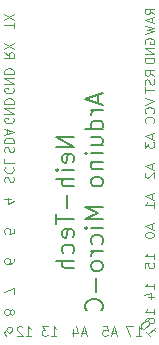
<source format=gbr>
%TF.GenerationSoftware,KiCad,Pcbnew,(5.1.8)-1*%
%TF.CreationDate,2021-01-01T16:30:17+07:00*%
%TF.ProjectId,ArduinoMicroC,41726475-696e-46f4-9d69-63726f432e6b,rev?*%
%TF.SameCoordinates,Original*%
%TF.FileFunction,Legend,Bot*%
%TF.FilePolarity,Positive*%
%FSLAX46Y46*%
G04 Gerber Fmt 4.6, Leading zero omitted, Abs format (unit mm)*
G04 Created by KiCad (PCBNEW (5.1.8)-1) date 2021-01-01 16:30:17*
%MOMM*%
%LPD*%
G01*
G04 APERTURE LIST*
%ADD10C,0.100000*%
%ADD11C,0.200000*%
G04 APERTURE END LIST*
D10*
X147631104Y-76155619D02*
X147250152Y-75888952D01*
X147631104Y-75698476D02*
X146831104Y-75698476D01*
X146831104Y-76003238D01*
X146869200Y-76079428D01*
X146907295Y-76117523D01*
X146983485Y-76155619D01*
X147097771Y-76155619D01*
X147173961Y-76117523D01*
X147212057Y-76079428D01*
X147250152Y-76003238D01*
X147250152Y-75698476D01*
X147402533Y-76460380D02*
X147402533Y-76841333D01*
X147631104Y-76384190D02*
X146831104Y-76650857D01*
X147631104Y-76917523D01*
X146831104Y-77108000D02*
X147631104Y-77298476D01*
X147059676Y-77450857D01*
X147631104Y-77603238D01*
X146831104Y-77793714D01*
X146869200Y-78638476D02*
X146831104Y-78562285D01*
X146831104Y-78448000D01*
X146869200Y-78333714D01*
X146945390Y-78257523D01*
X147021580Y-78219428D01*
X147173961Y-78181333D01*
X147288247Y-78181333D01*
X147440628Y-78219428D01*
X147516819Y-78257523D01*
X147593009Y-78333714D01*
X147631104Y-78448000D01*
X147631104Y-78524190D01*
X147593009Y-78638476D01*
X147554914Y-78676571D01*
X147288247Y-78676571D01*
X147288247Y-78524190D01*
X147631104Y-79019428D02*
X146831104Y-79019428D01*
X147631104Y-79476571D01*
X146831104Y-79476571D01*
X147631104Y-79857523D02*
X146831104Y-79857523D01*
X146831104Y-80048000D01*
X146869200Y-80162285D01*
X146945390Y-80238476D01*
X147021580Y-80276571D01*
X147173961Y-80314666D01*
X147288247Y-80314666D01*
X147440628Y-80276571D01*
X147516819Y-80238476D01*
X147593009Y-80162285D01*
X147631104Y-80048000D01*
X147631104Y-79857523D01*
X147631104Y-81349904D02*
X147250152Y-81083238D01*
X147631104Y-80892761D02*
X146831104Y-80892761D01*
X146831104Y-81197523D01*
X146869200Y-81273714D01*
X146907295Y-81311809D01*
X146983485Y-81349904D01*
X147097771Y-81349904D01*
X147173961Y-81311809D01*
X147212057Y-81273714D01*
X147250152Y-81197523D01*
X147250152Y-80892761D01*
X147593009Y-81654666D02*
X147631104Y-81768952D01*
X147631104Y-81959428D01*
X147593009Y-82035619D01*
X147554914Y-82073714D01*
X147478723Y-82111809D01*
X147402533Y-82111809D01*
X147326342Y-82073714D01*
X147288247Y-82035619D01*
X147250152Y-81959428D01*
X147212057Y-81807047D01*
X147173961Y-81730857D01*
X147135866Y-81692761D01*
X147059676Y-81654666D01*
X146983485Y-81654666D01*
X146907295Y-81692761D01*
X146869200Y-81730857D01*
X146831104Y-81807047D01*
X146831104Y-81997523D01*
X146869200Y-82111809D01*
X146831104Y-82340380D02*
X146831104Y-82797523D01*
X147631104Y-82568952D02*
X146831104Y-82568952D01*
X146831104Y-83261333D02*
X147631104Y-83528000D01*
X146831104Y-83794666D01*
X147554914Y-84518476D02*
X147593009Y-84480380D01*
X147631104Y-84366095D01*
X147631104Y-84289904D01*
X147593009Y-84175619D01*
X147516819Y-84099428D01*
X147440628Y-84061333D01*
X147288247Y-84023238D01*
X147173961Y-84023238D01*
X147021580Y-84061333D01*
X146945390Y-84099428D01*
X146869200Y-84175619D01*
X146831104Y-84289904D01*
X146831104Y-84366095D01*
X146869200Y-84480380D01*
X146907295Y-84518476D01*
X147554914Y-85318476D02*
X147593009Y-85280380D01*
X147631104Y-85166095D01*
X147631104Y-85089904D01*
X147593009Y-84975619D01*
X147516819Y-84899428D01*
X147440628Y-84861333D01*
X147288247Y-84823238D01*
X147173961Y-84823238D01*
X147021580Y-84861333D01*
X146945390Y-84899428D01*
X146869200Y-84975619D01*
X146831104Y-85089904D01*
X146831104Y-85166095D01*
X146869200Y-85280380D01*
X146907295Y-85318476D01*
X147402533Y-86296571D02*
X147402533Y-86677523D01*
X147631104Y-86220380D02*
X146831104Y-86487047D01*
X147631104Y-86753714D01*
X146831104Y-86944190D02*
X146831104Y-87439428D01*
X147135866Y-87172761D01*
X147135866Y-87287047D01*
X147173961Y-87363238D01*
X147212057Y-87401333D01*
X147288247Y-87439428D01*
X147478723Y-87439428D01*
X147554914Y-87401333D01*
X147593009Y-87363238D01*
X147631104Y-87287047D01*
X147631104Y-87058476D01*
X147593009Y-86982285D01*
X147554914Y-86944190D01*
X147402533Y-88836571D02*
X147402533Y-89217523D01*
X147631104Y-88760380D02*
X146831104Y-89027047D01*
X147631104Y-89293714D01*
X146907295Y-89522285D02*
X146869200Y-89560380D01*
X146831104Y-89636571D01*
X146831104Y-89827047D01*
X146869200Y-89903238D01*
X146907295Y-89941333D01*
X146983485Y-89979428D01*
X147059676Y-89979428D01*
X147173961Y-89941333D01*
X147631104Y-89484190D01*
X147631104Y-89979428D01*
X147402533Y-91376571D02*
X147402533Y-91757523D01*
X147631104Y-91300380D02*
X146831104Y-91567047D01*
X147631104Y-91833714D01*
X147631104Y-92519428D02*
X147631104Y-92062285D01*
X147631104Y-92290857D02*
X146831104Y-92290857D01*
X146945390Y-92214666D01*
X147021580Y-92138476D01*
X147059676Y-92062285D01*
X147402533Y-93916571D02*
X147402533Y-94297523D01*
X147631104Y-93840380D02*
X146831104Y-94107047D01*
X147631104Y-94373714D01*
X146831104Y-94792761D02*
X146831104Y-94868952D01*
X146869200Y-94945142D01*
X146907295Y-94983238D01*
X146983485Y-95021333D01*
X147135866Y-95059428D01*
X147326342Y-95059428D01*
X147478723Y-95021333D01*
X147554914Y-94983238D01*
X147593009Y-94945142D01*
X147631104Y-94868952D01*
X147631104Y-94792761D01*
X147593009Y-94716571D01*
X147554914Y-94678476D01*
X147478723Y-94640380D01*
X147326342Y-94602285D01*
X147135866Y-94602285D01*
X146983485Y-94640380D01*
X146907295Y-94678476D01*
X146869200Y-94716571D01*
X146831104Y-94792761D01*
X147631104Y-96875619D02*
X147631104Y-96418476D01*
X147631104Y-96647047D02*
X146831104Y-96647047D01*
X146945390Y-96570857D01*
X147021580Y-96494666D01*
X147059676Y-96418476D01*
X146831104Y-97599428D02*
X146831104Y-97218476D01*
X147212057Y-97180380D01*
X147173961Y-97218476D01*
X147135866Y-97294666D01*
X147135866Y-97485142D01*
X147173961Y-97561333D01*
X147212057Y-97599428D01*
X147288247Y-97637523D01*
X147478723Y-97637523D01*
X147554914Y-97599428D01*
X147593009Y-97561333D01*
X147631104Y-97485142D01*
X147631104Y-97294666D01*
X147593009Y-97218476D01*
X147554914Y-97180380D01*
X147631104Y-99415619D02*
X147631104Y-98958476D01*
X147631104Y-99187047D02*
X146831104Y-99187047D01*
X146945390Y-99110857D01*
X147021580Y-99034666D01*
X147059676Y-98958476D01*
X147097771Y-100101333D02*
X147631104Y-100101333D01*
X146793009Y-99910857D02*
X147364438Y-99720380D01*
X147364438Y-100215619D01*
X147631104Y-101549219D02*
X147631104Y-101092076D01*
X147631104Y-101320647D02*
X146831104Y-101320647D01*
X146945390Y-101244457D01*
X147021580Y-101168266D01*
X147059676Y-101092076D01*
X146831104Y-102234933D02*
X146831104Y-102082552D01*
X146869200Y-102006361D01*
X146907295Y-101968266D01*
X147021580Y-101892076D01*
X147173961Y-101853980D01*
X147478723Y-101853980D01*
X147554914Y-101892076D01*
X147593009Y-101930171D01*
X147631104Y-102006361D01*
X147631104Y-102158742D01*
X147593009Y-102234933D01*
X147554914Y-102273028D01*
X147478723Y-102311123D01*
X147288247Y-102311123D01*
X147212057Y-102273028D01*
X147173961Y-102234933D01*
X147135866Y-102158742D01*
X147135866Y-102006361D01*
X147173961Y-101930171D01*
X147212057Y-101892076D01*
X147288247Y-101853980D01*
X146943244Y-103081254D02*
X147266493Y-103404503D01*
X147104868Y-103242879D02*
X147670554Y-102677193D01*
X147643616Y-102811880D01*
X147643616Y-102919630D01*
X147670554Y-103000442D01*
X147158743Y-102165383D02*
X147104868Y-102111508D01*
X147024056Y-102084571D01*
X146970181Y-102084571D01*
X146889369Y-102111508D01*
X146754682Y-102192320D01*
X146619995Y-102327007D01*
X146539183Y-102461694D01*
X146512245Y-102542506D01*
X146512245Y-102596381D01*
X146539183Y-102677193D01*
X146593058Y-102731068D01*
X146673870Y-102758006D01*
X146727745Y-102758006D01*
X146808557Y-102731068D01*
X146943244Y-102650256D01*
X147077931Y-102515569D01*
X147158743Y-102380882D01*
X147185680Y-102300070D01*
X147185680Y-102246195D01*
X147158743Y-102165383D01*
X146075380Y-103358904D02*
X146532523Y-103358904D01*
X146303952Y-103358904D02*
X146303952Y-102558904D01*
X146380142Y-102673190D01*
X146456333Y-102749380D01*
X146532523Y-102787476D01*
X145808714Y-102558904D02*
X145275380Y-102558904D01*
X145618238Y-103358904D01*
X144386228Y-103130333D02*
X144005276Y-103130333D01*
X144462419Y-103358904D02*
X144195752Y-102558904D01*
X143929085Y-103358904D01*
X143281466Y-102558904D02*
X143662419Y-102558904D01*
X143700514Y-102939857D01*
X143662419Y-102901761D01*
X143586228Y-102863666D01*
X143395752Y-102863666D01*
X143319561Y-102901761D01*
X143281466Y-102939857D01*
X143243371Y-103016047D01*
X143243371Y-103206523D01*
X143281466Y-103282714D01*
X143319561Y-103320809D01*
X143395752Y-103358904D01*
X143586228Y-103358904D01*
X143662419Y-103320809D01*
X143700514Y-103282714D01*
X141846228Y-103130333D02*
X141465276Y-103130333D01*
X141922419Y-103358904D02*
X141655752Y-102558904D01*
X141389085Y-103358904D01*
X140779561Y-102825571D02*
X140779561Y-103358904D01*
X140970038Y-102520809D02*
X141160514Y-103092238D01*
X140665276Y-103092238D01*
X138887180Y-103358904D02*
X139344323Y-103358904D01*
X139115752Y-103358904D02*
X139115752Y-102558904D01*
X139191942Y-102673190D01*
X139268133Y-102749380D01*
X139344323Y-102787476D01*
X138620514Y-102558904D02*
X138125276Y-102558904D01*
X138391942Y-102863666D01*
X138277657Y-102863666D01*
X138201466Y-102901761D01*
X138163371Y-102939857D01*
X138125276Y-103016047D01*
X138125276Y-103206523D01*
X138163371Y-103282714D01*
X138201466Y-103320809D01*
X138277657Y-103358904D01*
X138506228Y-103358904D01*
X138582419Y-103320809D01*
X138620514Y-103282714D01*
X136753580Y-103358904D02*
X137210723Y-103358904D01*
X136982152Y-103358904D02*
X136982152Y-102558904D01*
X137058342Y-102673190D01*
X137134533Y-102749380D01*
X137210723Y-102787476D01*
X136448819Y-102635095D02*
X136410723Y-102597000D01*
X136334533Y-102558904D01*
X136144057Y-102558904D01*
X136067866Y-102597000D01*
X136029771Y-102635095D01*
X135991676Y-102711285D01*
X135991676Y-102787476D01*
X136029771Y-102901761D01*
X136486914Y-103358904D01*
X135991676Y-103358904D01*
X135081444Y-103360654D02*
X134973694Y-103252905D01*
X134946757Y-103172093D01*
X134946757Y-103118218D01*
X134973694Y-102983531D01*
X135054506Y-102848844D01*
X135270006Y-102633345D01*
X135350818Y-102606407D01*
X135404693Y-102606407D01*
X135485505Y-102633345D01*
X135593254Y-102741094D01*
X135620192Y-102821906D01*
X135620192Y-102875781D01*
X135593254Y-102956593D01*
X135458567Y-103091280D01*
X135377755Y-103118218D01*
X135323880Y-103118218D01*
X135243068Y-103091280D01*
X135135319Y-102983531D01*
X135108381Y-102902719D01*
X135108381Y-102848844D01*
X135135319Y-102768032D01*
X135401038Y-101447590D02*
X135439133Y-101523780D01*
X135477228Y-101561876D01*
X135553419Y-101599971D01*
X135591514Y-101599971D01*
X135667704Y-101561876D01*
X135705800Y-101523780D01*
X135743895Y-101447590D01*
X135743895Y-101295209D01*
X135705800Y-101219019D01*
X135667704Y-101180923D01*
X135591514Y-101142828D01*
X135553419Y-101142828D01*
X135477228Y-101180923D01*
X135439133Y-101219019D01*
X135401038Y-101295209D01*
X135401038Y-101447590D01*
X135362942Y-101523780D01*
X135324847Y-101561876D01*
X135248657Y-101599971D01*
X135096276Y-101599971D01*
X135020085Y-101561876D01*
X134981990Y-101523780D01*
X134943895Y-101447590D01*
X134943895Y-101295209D01*
X134981990Y-101219019D01*
X135020085Y-101180923D01*
X135096276Y-101142828D01*
X135248657Y-101142828D01*
X135324847Y-101180923D01*
X135362942Y-101219019D01*
X135401038Y-101295209D01*
X135743895Y-99834666D02*
X135743895Y-99301333D01*
X134943895Y-99644190D01*
X135743895Y-96875619D02*
X135743895Y-97028000D01*
X135705800Y-97104190D01*
X135667704Y-97142285D01*
X135553419Y-97218476D01*
X135401038Y-97256571D01*
X135096276Y-97256571D01*
X135020085Y-97218476D01*
X134981990Y-97180380D01*
X134943895Y-97104190D01*
X134943895Y-96951809D01*
X134981990Y-96875619D01*
X135020085Y-96837523D01*
X135096276Y-96799428D01*
X135286752Y-96799428D01*
X135362942Y-96837523D01*
X135401038Y-96875619D01*
X135439133Y-96951809D01*
X135439133Y-97104190D01*
X135401038Y-97180380D01*
X135362942Y-97218476D01*
X135286752Y-97256571D01*
X135743895Y-94297523D02*
X135743895Y-94678476D01*
X135362942Y-94716571D01*
X135401038Y-94678476D01*
X135439133Y-94602285D01*
X135439133Y-94411809D01*
X135401038Y-94335619D01*
X135362942Y-94297523D01*
X135286752Y-94259428D01*
X135096276Y-94259428D01*
X135020085Y-94297523D01*
X134981990Y-94335619D01*
X134943895Y-94411809D01*
X134943895Y-94602285D01*
X134981990Y-94678476D01*
X135020085Y-94716571D01*
X135477228Y-91795619D02*
X134943895Y-91795619D01*
X135781990Y-91986095D02*
X135210561Y-92176571D01*
X135210561Y-91681333D01*
X134981990Y-90360380D02*
X134943895Y-90246095D01*
X134943895Y-90055619D01*
X134981990Y-89979428D01*
X135020085Y-89941333D01*
X135096276Y-89903238D01*
X135172466Y-89903238D01*
X135248657Y-89941333D01*
X135286752Y-89979428D01*
X135324847Y-90055619D01*
X135362942Y-90208000D01*
X135401038Y-90284190D01*
X135439133Y-90322285D01*
X135515323Y-90360380D01*
X135591514Y-90360380D01*
X135667704Y-90322285D01*
X135705800Y-90284190D01*
X135743895Y-90208000D01*
X135743895Y-90017523D01*
X135705800Y-89903238D01*
X135020085Y-89103238D02*
X134981990Y-89141333D01*
X134943895Y-89255619D01*
X134943895Y-89331809D01*
X134981990Y-89446095D01*
X135058180Y-89522285D01*
X135134371Y-89560380D01*
X135286752Y-89598476D01*
X135401038Y-89598476D01*
X135553419Y-89560380D01*
X135629609Y-89522285D01*
X135705800Y-89446095D01*
X135743895Y-89331809D01*
X135743895Y-89255619D01*
X135705800Y-89141333D01*
X135667704Y-89103238D01*
X134943895Y-88379428D02*
X134943895Y-88760380D01*
X135743895Y-88760380D01*
X134981990Y-87839428D02*
X134943895Y-87725142D01*
X134943895Y-87534666D01*
X134981990Y-87458476D01*
X135020085Y-87420380D01*
X135096276Y-87382285D01*
X135172466Y-87382285D01*
X135248657Y-87420380D01*
X135286752Y-87458476D01*
X135324847Y-87534666D01*
X135362942Y-87687047D01*
X135401038Y-87763238D01*
X135439133Y-87801333D01*
X135515323Y-87839428D01*
X135591514Y-87839428D01*
X135667704Y-87801333D01*
X135705800Y-87763238D01*
X135743895Y-87687047D01*
X135743895Y-87496571D01*
X135705800Y-87382285D01*
X134943895Y-87039428D02*
X135743895Y-87039428D01*
X135743895Y-86848952D01*
X135705800Y-86734666D01*
X135629609Y-86658476D01*
X135553419Y-86620380D01*
X135401038Y-86582285D01*
X135286752Y-86582285D01*
X135134371Y-86620380D01*
X135058180Y-86658476D01*
X134981990Y-86734666D01*
X134943895Y-86848952D01*
X134943895Y-87039428D01*
X135172466Y-86277523D02*
X135172466Y-85896571D01*
X134943895Y-86353714D02*
X135743895Y-86087047D01*
X134943895Y-85820380D01*
X135705800Y-84937523D02*
X135743895Y-85013714D01*
X135743895Y-85128000D01*
X135705800Y-85242285D01*
X135629609Y-85318476D01*
X135553419Y-85356571D01*
X135401038Y-85394666D01*
X135286752Y-85394666D01*
X135134371Y-85356571D01*
X135058180Y-85318476D01*
X134981990Y-85242285D01*
X134943895Y-85128000D01*
X134943895Y-85051809D01*
X134981990Y-84937523D01*
X135020085Y-84899428D01*
X135286752Y-84899428D01*
X135286752Y-85051809D01*
X134943895Y-84556571D02*
X135743895Y-84556571D01*
X134943895Y-84099428D01*
X135743895Y-84099428D01*
X134943895Y-83718476D02*
X135743895Y-83718476D01*
X135743895Y-83528000D01*
X135705800Y-83413714D01*
X135629609Y-83337523D01*
X135553419Y-83299428D01*
X135401038Y-83261333D01*
X135286752Y-83261333D01*
X135134371Y-83299428D01*
X135058180Y-83337523D01*
X134981990Y-83413714D01*
X134943895Y-83528000D01*
X134943895Y-83718476D01*
X135705800Y-82397523D02*
X135743895Y-82473714D01*
X135743895Y-82588000D01*
X135705800Y-82702285D01*
X135629609Y-82778476D01*
X135553419Y-82816571D01*
X135401038Y-82854666D01*
X135286752Y-82854666D01*
X135134371Y-82816571D01*
X135058180Y-82778476D01*
X134981990Y-82702285D01*
X134943895Y-82588000D01*
X134943895Y-82511809D01*
X134981990Y-82397523D01*
X135020085Y-82359428D01*
X135286752Y-82359428D01*
X135286752Y-82511809D01*
X134943895Y-82016571D02*
X135743895Y-82016571D01*
X134943895Y-81559428D01*
X135743895Y-81559428D01*
X134943895Y-81178476D02*
X135743895Y-81178476D01*
X135743895Y-80988000D01*
X135705800Y-80873714D01*
X135629609Y-80797523D01*
X135553419Y-80759428D01*
X135401038Y-80721333D01*
X135286752Y-80721333D01*
X135134371Y-80759428D01*
X135058180Y-80797523D01*
X134981990Y-80873714D01*
X134943895Y-80988000D01*
X134943895Y-81178476D01*
X134943895Y-79381333D02*
X135324847Y-79648000D01*
X134943895Y-79838476D02*
X135743895Y-79838476D01*
X135743895Y-79533714D01*
X135705800Y-79457523D01*
X135667704Y-79419428D01*
X135591514Y-79381333D01*
X135477228Y-79381333D01*
X135401038Y-79419428D01*
X135362942Y-79457523D01*
X135324847Y-79533714D01*
X135324847Y-79838476D01*
X135743895Y-79114666D02*
X134943895Y-78581333D01*
X135743895Y-78581333D02*
X134943895Y-79114666D01*
X135743895Y-77317523D02*
X135743895Y-76860380D01*
X134943895Y-77088952D02*
X135743895Y-77088952D01*
X135743895Y-76669904D02*
X134943895Y-76136571D01*
X135743895Y-76136571D02*
X134943895Y-76669904D01*
D11*
X140829971Y-86503571D02*
X139329971Y-86503571D01*
X140829971Y-87360714D01*
X139329971Y-87360714D01*
X140758542Y-88646428D02*
X140829971Y-88503571D01*
X140829971Y-88217857D01*
X140758542Y-88075000D01*
X140615685Y-88003571D01*
X140044257Y-88003571D01*
X139901400Y-88075000D01*
X139829971Y-88217857D01*
X139829971Y-88503571D01*
X139901400Y-88646428D01*
X140044257Y-88717857D01*
X140187114Y-88717857D01*
X140329971Y-88003571D01*
X140829971Y-89360714D02*
X139829971Y-89360714D01*
X139329971Y-89360714D02*
X139401400Y-89289285D01*
X139472828Y-89360714D01*
X139401400Y-89432142D01*
X139329971Y-89360714D01*
X139472828Y-89360714D01*
X140829971Y-90075000D02*
X139329971Y-90075000D01*
X140829971Y-90717857D02*
X140044257Y-90717857D01*
X139901400Y-90646428D01*
X139829971Y-90503571D01*
X139829971Y-90289285D01*
X139901400Y-90146428D01*
X139972828Y-90075000D01*
X140258542Y-91432142D02*
X140258542Y-92575000D01*
X139329971Y-93075000D02*
X139329971Y-93932142D01*
X140829971Y-93503571D02*
X139329971Y-93503571D01*
X140758542Y-95003571D02*
X140829971Y-94860714D01*
X140829971Y-94575000D01*
X140758542Y-94432142D01*
X140615685Y-94360714D01*
X140044257Y-94360714D01*
X139901400Y-94432142D01*
X139829971Y-94575000D01*
X139829971Y-94860714D01*
X139901400Y-95003571D01*
X140044257Y-95075000D01*
X140187114Y-95075000D01*
X140329971Y-94360714D01*
X140758542Y-96360714D02*
X140829971Y-96217857D01*
X140829971Y-95932142D01*
X140758542Y-95789285D01*
X140687114Y-95717857D01*
X140544257Y-95646428D01*
X140115685Y-95646428D01*
X139972828Y-95717857D01*
X139901400Y-95789285D01*
X139829971Y-95932142D01*
X139829971Y-96217857D01*
X139901400Y-96360714D01*
X140829971Y-97003571D02*
X139329971Y-97003571D01*
X140829971Y-97646428D02*
X140044257Y-97646428D01*
X139901400Y-97575000D01*
X139829971Y-97432142D01*
X139829971Y-97217857D01*
X139901400Y-97075000D01*
X139972828Y-97003571D01*
X142851400Y-82932142D02*
X142851400Y-83646428D01*
X143279971Y-82789285D02*
X141779971Y-83289285D01*
X143279971Y-83789285D01*
X143279971Y-84289285D02*
X142279971Y-84289285D01*
X142565685Y-84289285D02*
X142422828Y-84360714D01*
X142351400Y-84432142D01*
X142279971Y-84575000D01*
X142279971Y-84717857D01*
X143279971Y-85860714D02*
X141779971Y-85860714D01*
X143208542Y-85860714D02*
X143279971Y-85717857D01*
X143279971Y-85432142D01*
X143208542Y-85289285D01*
X143137114Y-85217857D01*
X142994257Y-85146428D01*
X142565685Y-85146428D01*
X142422828Y-85217857D01*
X142351400Y-85289285D01*
X142279971Y-85432142D01*
X142279971Y-85717857D01*
X142351400Y-85860714D01*
X142279971Y-87217857D02*
X143279971Y-87217857D01*
X142279971Y-86575000D02*
X143065685Y-86575000D01*
X143208542Y-86646428D01*
X143279971Y-86789285D01*
X143279971Y-87003571D01*
X143208542Y-87146428D01*
X143137114Y-87217857D01*
X143279971Y-87932142D02*
X142279971Y-87932142D01*
X141779971Y-87932142D02*
X141851400Y-87860714D01*
X141922828Y-87932142D01*
X141851400Y-88003571D01*
X141779971Y-87932142D01*
X141922828Y-87932142D01*
X142279971Y-88646428D02*
X143279971Y-88646428D01*
X142422828Y-88646428D02*
X142351400Y-88717857D01*
X142279971Y-88860714D01*
X142279971Y-89075000D01*
X142351400Y-89217857D01*
X142494257Y-89289285D01*
X143279971Y-89289285D01*
X143279971Y-90217857D02*
X143208542Y-90075000D01*
X143137114Y-90003571D01*
X142994257Y-89932142D01*
X142565685Y-89932142D01*
X142422828Y-90003571D01*
X142351400Y-90075000D01*
X142279971Y-90217857D01*
X142279971Y-90432142D01*
X142351400Y-90575000D01*
X142422828Y-90646428D01*
X142565685Y-90717857D01*
X142994257Y-90717857D01*
X143137114Y-90646428D01*
X143208542Y-90575000D01*
X143279971Y-90432142D01*
X143279971Y-90217857D01*
X143279971Y-92503571D02*
X141779971Y-92503571D01*
X142851400Y-93003571D01*
X141779971Y-93503571D01*
X143279971Y-93503571D01*
X143279971Y-94217857D02*
X142279971Y-94217857D01*
X141779971Y-94217857D02*
X141851400Y-94146428D01*
X141922828Y-94217857D01*
X141851400Y-94289285D01*
X141779971Y-94217857D01*
X141922828Y-94217857D01*
X143208542Y-95575000D02*
X143279971Y-95432142D01*
X143279971Y-95146428D01*
X143208542Y-95003571D01*
X143137114Y-94932142D01*
X142994257Y-94860714D01*
X142565685Y-94860714D01*
X142422828Y-94932142D01*
X142351400Y-95003571D01*
X142279971Y-95146428D01*
X142279971Y-95432142D01*
X142351400Y-95575000D01*
X143279971Y-96217857D02*
X142279971Y-96217857D01*
X142565685Y-96217857D02*
X142422828Y-96289285D01*
X142351400Y-96360714D01*
X142279971Y-96503571D01*
X142279971Y-96646428D01*
X143279971Y-97360714D02*
X143208542Y-97217857D01*
X143137114Y-97146428D01*
X142994257Y-97075000D01*
X142565685Y-97075000D01*
X142422828Y-97146428D01*
X142351400Y-97217857D01*
X142279971Y-97360714D01*
X142279971Y-97575000D01*
X142351400Y-97717857D01*
X142422828Y-97789285D01*
X142565685Y-97860714D01*
X142994257Y-97860714D01*
X143137114Y-97789285D01*
X143208542Y-97717857D01*
X143279971Y-97575000D01*
X143279971Y-97360714D01*
X142708542Y-98503571D02*
X142708542Y-99646428D01*
X143137114Y-101217857D02*
X143208542Y-101146428D01*
X143279971Y-100932142D01*
X143279971Y-100789285D01*
X143208542Y-100575000D01*
X143065685Y-100432142D01*
X142922828Y-100360714D01*
X142637114Y-100289285D01*
X142422828Y-100289285D01*
X142137114Y-100360714D01*
X141994257Y-100432142D01*
X141851400Y-100575000D01*
X141779971Y-100789285D01*
X141779971Y-100932142D01*
X141851400Y-101146428D01*
X141922828Y-101217857D01*
M02*

</source>
